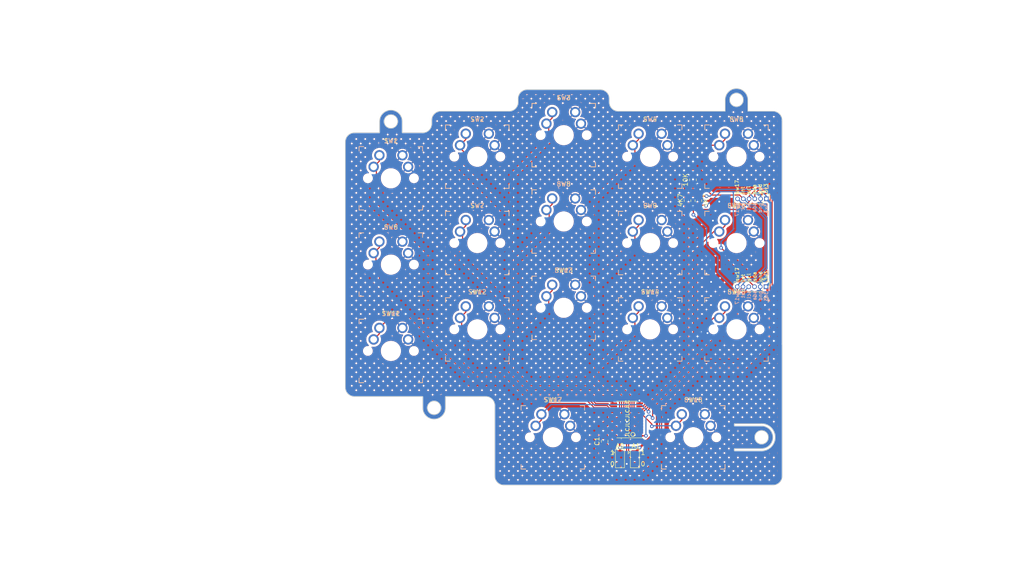
<source format=kicad_pcb>
(kicad_pcb (version 20221018) (generator pcbnew)
  (layers (0 "F.Cu" signal) (31 "B.Cu" signal) (34 "B.Paste" user) (35 "F.Paste" user) (36 "B.SilkS" user "B.Silkscreen") (37 "F.SilkS" user "F.Silkscreen") (38 "B.Mask" user) (39 "F.Mask" user) (44 "Edge.Cuts" user))
  (net 0 "")
  (net 1 "+3V3")
  (net 2 "GND")
  (net 3 "SDA")
  (net 4 "SCL")
  (net 5 "INT")
  (net 6 "SW17")
  (net 7 "ADDR0")
  (net 8 "ADDR1")
  (net 9 "SW1")
  (net 10 "SW2")
  (net 11 "SW3")
  (net 12 "SW4")
  (net 13 "SW5")
  (net 14 "SW6")
  (net 15 "SW7")
  (net 16 "SW8")
  (net 17 "SW9")
  (net 18 "SW10")
  (net 19 "SW11")
  (net 20 "SW12")
  (net 21 "SW13")
  (net 22 "SW14")
  (net 23 "SW15")
  (net 24 "SW16")
  (footprint "Resistor_SMD:R_0805_2012Metric_Pad1.20x1.40mm_HandSolder" (layer "F.Cu") (at 181.69 72.315 90)
    (fp_text reference "R2" hide)
    (fp_text value "4K7")
  )
  (footprint "keyswitches:SW_MX_reversible" (layer "F.Cu") (at 152.0088 124.5275)
    (fp_text reference "SW17")
    (fp_text value "SW_SPST")
  )
  (footprint "keyswitches:SW_MX_reversible" (layer "F.Cu") (at 192.49 100.715)
    (fp_text reference "SW15")
    (fp_text value "SW_SPST")
  )
  (footprint "keyswitches:SW_MX_reversible" (layer "F.Cu") (at 116.29 67.3775)
    (fp_text reference "SW1")
    (fp_text value "SW_SPST")
  )
  (footprint "Jumper:SolderJumper-3_P1.3mm_Open_Pad1.0x1.5mm" (layer "F.Cu") (at 166.79 129.2 -90)
    (fp_text reference "JP1" hide)
    (fp_text value "Jumper_3_Open" hide)
  )
  (footprint "keyswitches:SW_MX_reversible" (layer "F.Cu") (at 135.34 81.665)
    (fp_text reference "SW7")
    (fp_text value "SW_SPST")
  )
  (footprint "Package_SO:TSSOP-24_4.4x7.8mm_P0.65mm" (layer "F.Cu") (at 168.29 120.615 180)
    (fp_text reference "U1" hide)
    (fp_text value "TCA9555PWR")
  )
  (footprint "Resistor_SMD:R_0805_2012Metric_Pad1.20x1.40mm_HandSolder" (layer "F.Cu") (at 182.89 67.715 -90)
    (fp_text reference "R3" hide)
    (fp_text value "10K")
  )
  (footprint "keyswitches:SW_MX_reversible" (layer "F.Cu") (at 173.44 62.615)
    (fp_text reference "SW4")
    (fp_text value "SW_SPST")
  )
  (footprint "keyswitches:SW_MX_reversible" (layer "F.Cu") (at 135.34 100.715)
    (fp_text reference "SW12")
    (fp_text value "SW_SPST")
  )
  (footprint "Connector_PinHeader_1.27mm:PinHeader_1x06_P1.27mm_Vertical" (layer "F.Cu") (at 199 91.3 -90)
    (fp_text reference "J1" hide)
    (fp_text value "Conn_01x06_Pin")
  )
  (footprint "keyswitches:SW_MX_reversible" (layer "F.Cu") (at 154.39 76.9025)
    (fp_text reference "SW8")
    (fp_text value "SW_SPST")
  )
  (footprint "Jumper:SolderJumper-3_P1.3mm_Open_Pad1.0x1.5mm" (layer "F.Cu") (at 170.09 129.2 -90)
    (fp_text reference "JP2" hide)
    (fp_text value "Jumper_3_Open" hide)
  )
  (footprint "Capacitor_SMD:C_0805_2012Metric_Pad1.18x1.45mm_HandSolder" (layer "F.Cu") (at 163.42 125.4 90)
    (fp_text reference "C1")
    (fp_text value "0.1u")
  )
  (footprint "Connector_PinHeader_1.27mm:PinHeader_1x06_P1.27mm_Vertical" (layer "F.Cu") (at 199.07 71.9 -90)
    (fp_text reference "J2" hide)
    (fp_text value "Conn_01x06_Pin")
  )
  (footprint "Resistor_SMD:R_0805_2012Metric_Pad1.20x1.40mm_HandSolder" (layer "F.Cu") (at 184.09 72.315 90)
    (fp_text reference "R1" hide)
    (fp_text value "4K7")
  )
  (footprint "keyswitches:SW_MX_reversible" (layer "F.Cu") (at 154.39 57.8525)
    (fp_text reference "SW3")
    (fp_text value "SW_SPST")
  )
  (footprint "keyswitches:SW_MX_reversible" (layer "F.Cu") (at 116.29 105.4775)
    (fp_text reference "SW11")
    (fp_text value "SW_SPST")
  )
  (footprint "keyswitches:SW_MX_reversible" (layer "F.Cu") (at 116.29 86.4275)
    (fp_text reference "SW6")
    (fp_text value "SW_SPST")
  )
  (footprint "keyswitches:SW_MX_reversible" (layer "F.Cu") (at 173.44 81.665)
    (fp_text reference "SW9")
    (fp_text value "SW_SPST")
  )
  (footprint "keyswitches:SW_MX_reversible" (layer "F.Cu") (at 173.44 100.715)
    (fp_text reference "SW14")
    (fp_text value "SW_SPST")
  )
  (footprint "keyswitches:SW_MX_reversible" (layer "F.Cu") (at 182.965 124.5275)
    (fp_text reference "SW16")
    (fp_text value "SW_SPST")
  )
  (footprint "keyswitches:SW_MX_reversible" (layer "F.Cu") (at 135.34 62.615)
    (fp_text reference "SW2")
    (fp_text value "SW_SPST")
  )
  (footprint "keyswitches:SW_MX_reversible" (layer "F.Cu") (at 154.39 95.9525)
    (fp_text reference "SW13")
    (fp_text value "SW_SPST")
  )
  (footprint "keyswitches:SW_MX_reversible" (layer "F.Cu") (at 192.49 62.615)
    (fp_text reference "SW5")
    (fp_text value "SW_SPST")
  )
  (footprint "keyswitches:SW_MX_reversible" (layer "F.Cu") (at 192.49 81.665)
    (fp_text reference "SW10")
    (fp_text value "SW_SPST")
  )
  (gr_circle (center 169.642787 123.9) (end 170.042787 124.1) (stroke (width 0.15)) (fill none) (layer "F.SilkS"))
  (gr_arc (start 202.565 133.0775) (mid 201.979214 134.491714) (end 200.565 135.0775) (stroke (width 0.15)) (layer "Edge.Cuts"))
  (gr_line (start 113.79 54.8275) (end 113.79 57.3275) (stroke (width 0.15)) (layer "Edge.Cuts"))
  (gr_arc (start 198.015 121.5275) (mid 201.015 124.5275) (end 198.015 127.5275) (stroke (width 0.15)) (layer "Edge.Cuts"))
  (gr_arc (start 137.19625 115.5275) (mid 138.610464 116.113286) (end 139.19625 117.5275) (stroke (width 0.15)) (layer "Edge.Cuts"))
  (gr_arc (start 198.015 122.0275) (mid 200.515 124.5275) (end 198.015 127.0275) (stroke (width 0.15)) (layer "Edge.Cuts"))
  (gr_line (start 164.44 49.8025) (end 164.44 50.565) (stroke (width 0.15)) (layer "Edge.Cuts"))
  (gr_line (start 198.015 122.0275) (end 192.015 122.0275) (stroke (width 0.15)) (layer "Edge.Cuts"))
  (gr_line (start 108.24 115.5275) (end 123.315 115.5275) (stroke (width 0.15)) (layer "Edge.Cuts"))
  (gr_arc (start 113.79 54.8275) (mid 116.29 52.3275) (end 118.79 54.8275) (stroke (width 0.15)) (layer "Edge.Cuts"))
  (gr_line (start 194.99 52.565) (end 200.54 52.565) (stroke (width 0.15)) (layer "Edge.Cuts"))
  (gr_arc (start 162.44 47.8025) (mid 163.854214 48.388286) (end 164.44 49.8025) (stroke (width 0.15)) (layer "Edge.Cuts"))
  (gr_line (start 192.015 127.0275) (end 198.015 127.0275) (stroke (width 0.15)) (layer "Edge.Cuts"))
  (gr_line (start 118.79 57.3275) (end 123.29 57.3275) (stroke (width 0.15)) (layer "Edge.Cuts"))
  (gr_line (start 128.315 118.0275) (end 128.315 115.5275) (stroke (width 0.15)) (layer "Edge.Cuts"))
  (gr_line (start 202.54 103.9775) (end 202.54 54.565) (stroke (width 0.15)) (layer "Edge.Cuts"))
  (gr_line (start 189.99 50.065) (end 189.99 52.565) (stroke (width 0.15)) (layer "Edge.Cuts"))
  (gr_line (start 202.54 103.9775) (end 202.565 103.9775) (stroke (width 0.15)) (layer "Edge.Cuts"))
  (gr_arc (start 189.99 50.065) (mid 192.49 47.565) (end 194.99 50.065) (stroke (width 0.15)) (layer "Edge.Cuts"))
  (gr_line (start 128.315 115.5275) (end 137.19625 115.5275) (stroke (width 0.15)) (layer "Edge.Cuts"))
  (gr_line (start 192.015 121.5275) (end 192.015 122.0275) (stroke (width 0.15)) (layer "Edge.Cuts"))
  (gr_circle (center 116.29 54.8275) (end 117.79 54.8275) (stroke (width 0.15)) (fill none) (layer "Edge.Cuts"))
  (gr_line (start 198.015 121.5275) (end 192.015 121.5275) (stroke (width 0.15)) (layer "Edge.Cuts"))
  (gr_line (start 202.565 133.0775) (end 202.565 103.9775) (stroke (width 0.15)) (layer "Edge.Cuts"))
  (gr_line (start 127.29 52.565) (end 142.34 52.565) (stroke (width 0.15)) (layer "Edge.Cuts"))
  (gr_arc (start 128.315 118.0275) (mid 125.815 120.5275) (end 123.315 118.0275) (stroke (width 0.15)) (layer "Edge.Cuts"))
  (gr_circle (center 125.815 118.0275) (end 127.315 118.0275) (stroke (width 0.15)) (fill none) (layer "Edge.Cuts"))
  (gr_line (start 192.015 127.5275) (end 198.015 127.5275) (stroke (width 0.15)) (layer "Edge.Cuts"))
  (gr_line (start 166.44 52.565) (end 189.99 52.565) (stroke (width 0.15)) (layer "Edge.Cuts"))
  (gr_arc (start 125.29 54.565) (mid 125.875786 53.150786) (end 127.29 52.565) (stroke (width 0.15)) (layer "Edge.Cuts"))
  (gr_line (start 125.29 55.3275) (end 125.29 54.565) (stroke (width 0.15)) (layer "Edge.Cuts"))
  (gr_arc (start 141.19625 135.0775) (mid 139.782036 134.491714) (end 139.19625 133.0775) (stroke (width 0.15)) (layer "Edge.Cuts"))
  (gr_line (start 194.99 52.565) (end 194.99 50.065) (stroke (width 0.15)) (layer "Edge.Cuts"))
  (gr_line (start 108.24 57.3275) (end 113.79 57.3275) (stroke (width 0.15)) (layer "Edge.Cuts"))
  (gr_arc (start 166.44 52.565) (mid 165.025786 51.979214) (end 164.44 50.565) (stroke (width 0.15)) (layer "Edge.Cuts"))
  (gr_circle (center 192.49 50.065) (end 193.99 50.065) (stroke (width 0.15)) (fill none) (layer "Edge.Cuts"))
  (gr_line (start 146.34 47.8025) (end 162.44 47.8025) (stroke (width 0.15)) (layer "Edge.Cuts"))
  (gr_line (start 139.19625 133.0775) (end 139.19625 117.5275) (stroke (width 0.15)) (layer "Edge.Cuts"))
  (gr_line (start 141.19625 135.0775) (end 200.565 135.0775) (stroke (width 0.15)) (layer "Edge.Cuts"))
  (gr_arc (start 106.24 59.3275) (mid 106.825786 57.913286) (end 108.24 57.3275) (stroke (width 0.15)) (layer "Edge.Cuts"))
  (gr_line (start 192.015 127.0275) (end 192.015 127.5275) (stroke (width 0.15)) (layer "Edge.Cuts"))
  (gr_line (start 123.315 115.5275) (end 123.315 118.0275) (stroke (width 0.15)) (layer "Edge.Cuts"))
  (gr_line (start 118.79 57.3275) (end 118.79 54.8275) (stroke (width 0.15)) (layer "Edge.Cuts"))
  (gr_line (start 144.34 50.565) (end 144.34 49.8025) (stroke (width 0.15)) (layer "Edge.Cuts"))
  (gr_arc (start 125.29 55.3275) (mid 124.704214 56.741714) (end 123.29 57.3275) (stroke (width 0.15)) (layer "Edge.Cuts"))
  (gr_arc (start 200.54 52.565) (mid 201.954214 53.150786) (end 202.54 54.565) (stroke (width 0.15)) (layer "Edge.Cuts"))
  (gr_arc (start 144.34 49.8025) (mid 144.925786 48.388286) (end 146.34 47.8025) (stroke (width 0.15)) (layer "Edge.Cuts"))
  (gr_circle (center 198.015 124.5275) (end 199.515 124.5275) (stroke (width 0.15)) (fill none) (layer "Edge.Cuts"))
  (gr_arc (start 144.34 50.565) (mid 143.754214 51.979214) (end 142.34 52.565) (stroke (width 0.15)) (layer "Edge.Cuts"))
  (gr_arc (start 108.24 115.5275) (mid 106.825786 114.941714) (end 106.24 113.5275) (stroke (width 0.15)) (layer "Edge.Cuts"))
  (gr_line (start 106.24 113.5275) (end 106.24 59.3275) (stroke (width 0.15)) (layer "Edge.Cuts"))
  (gr_text "sda" (at 196.9 72.7 90) (layer "B.SilkS") (effects (font (size 0.8 0.8)) (justify left bottom mirror)))
  (gr_text "3v3" (at 199.5 92.2 90) (layer "B.SilkS") (effects (font (size 0.8 0.8)) (justify left bottom mirror)))
  (gr_text "sw17" (at 193.1 92.1 90) (layer "B.SilkS") (effects (font (size 0.8 0.8)) (justify left bottom mirror)))
  (gr_text "gnd" (at 198.18 72.7 90) (layer "B.SilkS") (effects (font (size 0.8 0.8)) (justify left bottom mirror)))
  (gr_text "sw17" (at 193.06 72.7 90) (layer "B.SilkS") (effects (font (size 0.8 0.8)) (justify left bottom mirror)))
  (gr_text "3v3" (at 199.46 72.8 90) (layer "B.SilkS") (effects (font (size 0.8 0.8)) (justify left bottom mirror)))
  (gr_text "int" (at 194.38 92.1 90) (layer "B.SilkS") (effects (font (size 0.8 0.8)) (justify left bottom mirror)))
  (gr_text "int" (at 194.34 72.7 90) (layer "B.SilkS") (effects (font (size 0.8 0.8)) (justify left bottom mirror)))
  (gr_text "sda" (at 196.94 92.1 90) (layer "B.SilkS") (effects (font (size 0.8 0.8)) (justify left bottom mirror)))
  (gr_text "scl" (at 195.62 72.7 90) (layer "B.SilkS") (effects (font (size 0.8 0.8)) (justify left bottom mirror)))
  (gr_text "scl" (at 195.66 92.1 90) (layer "B.SilkS") (effects (font (size 0.8 0.8)) (justify left bottom mirror)))
  (gr_text "gnd" (at 198.22 92.1 90) (layer "B.SilkS") (effects (font (size 0.8 0.8)) (justify left bottom mirror)))
  (gr_text "sda" (at 196.96 90.19 90) (layer "F.SilkS") (effects (font (size 0.8 0.8)) (justify left bottom)))
  (gr_text "gnd" (at 198.24 90.19 90) (layer "F.SilkS") (effects (font (size 0.8 0.8)) (justify left bottom)))
  (gr_text "int" (at 194.4 90.19 90) (layer "F.SilkS") (effects (font (size 0.8 0.8)) (justify left bottom)))
  (gr_text "1" (at 164.553509 128.505022) (layer "F.SilkS") (effects (font (size 1 1)) (justify left bottom)))
  (gr_text "JLCJLCJLCJLC" (at 168.92 124.6 90) (layer "F.SilkS") (effects (font (size 0.8 0.8)) (justify left bottom)))
  (gr_text "1" (at 171.29 128.5) (layer "F.SilkS") (effects (font (size 1 1)) (justify left bottom)))
  (gr_text "scl" (at 195.68 90.19 90) (layer "F.SilkS") (effects (font (size 0.8 0.8)) (justify left bottom)))
  (gr_text "sw17" (at 193.12 90.19 90) (layer "F.SilkS") (effects (font (size 0.8 0.8)) (justify left bottom)))
  (gr_text "int" (at 194.33 70.89 90) (layer "F.SilkS") (effects (font (size 0.8 0.8)) (justify left bottom)))
  (gr_text "sw17" (at 193.05 70.89 90) (layer "F.SilkS") (effects (font (size 0.8 0.8)) (justify left bottom)))
  (gr_text "3v3" (at 199.45 70.79 90) (layer "F.SilkS") (effects (font (size 0.8 0.8)) (justify left bottom)))
  (gr_text "3v3" (at 199.52 90.09 90) (layer "F.SilkS") (effects (font (size 0.8 0.8)) (justify left bottom)))
  (gr_text "A0" (at 165.79 127) (layer "F.SilkS") (effects (font (size 1 1)) (justify left bottom)))
  (gr_text "0" (at 171.29 131) (layer "F.SilkS") (effects (font (size 1 1)) (justify left bottom)))
  (gr_text "0" (at 164.553509 131.005022) (layer "F.SilkS") (effects (font (size 1 1)) (justify left bottom)))
  (gr_text "gnd" (at 198.17 70.89 90) (layer "F.SilkS") (effects (font (size 0.8 0.8)) (justify left bottom)))
  (gr_text "scl" (at 195.61 70.89 90) (layer "F.SilkS") (effects (font (size 0.8 0.8)) (justify left bottom)))
  (gr_text "sda" (at 196.89 70.89 90) (layer "F.SilkS") (effects (font (size 0.8 0.8)) (justify left bottom)))
  (gr_text "A1" (at 169.29 127) (layer "F.SilkS") (effects (font (size 1 1)) (justify left bottom)))
  (segment (start 184.017 108.9) (end 178.42 114.497) (width 0.5) (layer "F.Cu") (net 1))
  (segment (start 193.777005 108.9) (end 184.017 108.9) (width 0.5) (layer "F.Cu") (net 1))
  (segment (start 166.82 127.87) (end 166.82 126.8) (width 0.5) (layer "F.Cu") (net 1))
  (segment (start 165.471 124.392) (end 165.4275 124.3485) (width 0.25) (layer "F.Cu") (net 1))
  (segment (start 171.12 126.8) (end 170.09 127.83) (width 0.25) (layer "F.Cu") (net 1))
  (segment (start 185.89 71.315) (end 184.09 71.315) (width 0.25) (layer "F.Cu") (net 1))
  (segment (start 174.949 123.041) (end 170.09 127.9) (width 0.5) (layer "F.Cu") (net 1))
  (segment (start 178.42 114.497) (end 178.42 114.5) (width 0.5) (layer "F.Cu") (net 1))
  (segment (start 163.4205 124.362) (end 165.255 124.362) (width 0.25) (layer "F.Cu") (net 1))
  (segment (start 166.82 125.741) (end 165.471 124.392) (width 0.5) (layer "F.Cu") (net 1))
  (segment (start 182.89 71.315) (end 182.89 68.715) (width 0.25) (layer "F.Cu") (net 1))
  (segment (start 166.82 126.8) (end 166.82 125.741) (width 0.5) (layer "F.Cu") (net 1))
  (segment (start 199 91.3) (end 199.32 91.62) (width 0.5) (layer "F.Cu") (net 1))
  (segment (start 182.89 71.315) (end 184.09 71.315) (width 0.25) (layer "F.Cu") (net 1))
  (segment (start 165.255 124.362) (end 165.414 124.362) (width 0.25) (layer "F.Cu") (net 1))
  (segment (start 174.949 117.971) (end 174.949 123.041) (width 0.5) (layer "F.Cu") (net 1))
  (segment (start 165.414 124.362) (end 165.4275 124.3485) (width 0.25) (layer "F.Cu") (net 1))
  (segment (start 165.4275 124.3485) (end 165.4275 124.19) (width 0.25) (layer "F.Cu") (net 1))
  (segment (start 178.42 114.5) (end 174.949 117.971) (width 0.5) (layer "F.Cu") (net 1))
  (segment (start 199.32 91.62) (end 199.32 103.357005) (width 0.5) (layer "F.Cu") (net 1))
  (segment (start 199.32 103.357005) (end 193.777005 108.9) (width 0.5) (layer "F.Cu") (net 1))
  (segment (start 181.69 71.315) (end 182.89 71.315) (width 0.25) (layer "F.Cu") (net 1))
  (via (at 171.12 126.8) (size 0.8) (drill 0.4) (layers "F.Cu" "B.Cu") (net 1))
  (via (at 185.89 71.315) (size 0.8) (drill 0.4) (layers "F.Cu" "B.Cu") (net 1))
  (via (at 166.82 126.8) (size 0.8) (drill 0.4) (layers "F.Cu" "B.Cu") (net 1))
  (segment (start 199.07 71.9) (end 200 72.83) (width 0.5) (layer "B.Cu") (net 1))
  (segment (start 200 72.83) (end 200 90.3) (width 0.5) (layer "B.Cu") (net 1))
  (segment (start 186.69 71.315) (end 188.19 69.815) (width 0.25) (layer "B.Cu") (net 1))
  (segment (start 199.07 71.295) (end 199.07 71.9) (width 0.25) (layer "B.Cu") (net 1))
  (segment (start 197.59 69.815) (end 199.07 71.295) (width 0.25) (layer "B.Cu") (net 1))
  (segment (start 171.12 126.8) (end 166.82 126.8) (width 0.5) (layer "B.Cu") (net 1))
  (segment (start 188.19 69.815) (end 197.59 69.815) (width 0.25) (layer "B.Cu") (net 1))
  (segment (start 200 90.3) (end 199 91.3) (width 0.5) (layer "B.Cu") (net 1))
  (segment (start 185.89 71.315) (end 186.69 71.315) (width 0.25) (layer "B.Cu") (net 1))
  (segment (start 171.152 122.89) (end 170.464 122.89) (width 0.25) (layer "F.Cu") (net 2))
  (segment (start 166.79 130.5) (end 168.19 130.5) (width 0.25) (layer "F.Cu") (net 2))
  (segment (start 168.19 130.5) (end 168.29 130.4) (width 0.25) (layer "F.Cu") (net 2))
  (segment (start 168.29 130.4) (end 169.99 130.4) (width 0.25) (layer "F.Cu") (net 2))
  (segment (start 170.09 122.502) (end 168.698 121.111) (width 0.25) (layer "F.Cu") (net 2))
  (segment (start 168.698 121.111) (end 168.31 121.111) (width 0.25) (layer "F.Cu") (net 2))
  (segment (start 171.152 117.04) (end 171.152 116.462) (width 0.25) (layer "F.Cu") (net 2))
  (segment (start 171.152 116.462) (end 171.09 116.4) (width 0.25) (layer "F.Cu") (net 2))
  (segment (start 170.464 122.89) (end 170.09 122.516) (width 0.25) (layer "F.Cu") (net 2))
  (segment (start 170.09 122.516) (end 170.09 122.502) (width 0.25) (layer "F.Cu") (net 2))
  (segment (start 163.42 126.438) (end 163.42 127.6) (width 0.25) (layer "F.Cu") (net 2))
  (via (at 187.29 76.715) (size 0.8) (drill 0.4) (layers "F.Cu" "B.Cu") (net 2))
  (via (at 181.39 67.915) (size 0.8) (drill 0.4) (layers "F.Cu" "B.Cu") (net 2))
  (via (at 177.42 120.6) (size 0.8) (drill 0.4) (layers "F.Cu" "B.Cu") (net 2))
  (via (at 171.09 116.4) (size 0.8) (drill 0.4) (layers "F.Cu" "B.Cu") (net 2))
  (via (at 184.49 69.815) (size 0.8) (drill 0.4) (layers "F.Cu" "B.Cu") (net 2))
  (via (at 163.42 127.6) (size 0.8) (drill 0.4) (layers "F.Cu" "B.Cu") (net 2))
  (via (at 168.31 121.111) (size 0.8) (drill 0.4) (layers "F.Cu" "B.Cu") (net 2))
  (via (at 168.29 130.4) (size 0.8) (drill 0.4) (layers "F.Cu" "B.Cu") (net 2))
  (via (at 186.09 101.536573) (size 0.8) (drill 0.4) (layers "F.Cu" "B.Cu") (net 2))
  (via (at 188.69 72.515) (size 0.8) (drill 0.4) (layers "F.Cu" "B.Cu") (net 2))
  (via (at 186.89 90.236573) (size 0.8) (drill 0.4) (layers "F.Cu" "B.Cu") (net 2))
  (segment (start 189.09 82.715) (end 190.413 84.0377) (width 0.25) (layer "F.Cu") (net 3))
  (segment (start 184.255 109.475) (end 178.995 114.735) (width 0.25) (layer "F.Cu") (net 3))
  (segment (start 178.995 114.735) (end 178.995 114.738) (width 0.25) (layer "F.Cu") (net 3))
  (segment (start 162.707 123.45) (end 165.4275 123.45) (width 0.25) (layer "F.Cu") (net 3))
  (segment (start 185.69 73.315) (end 185.79 73.415) (width 0.25) (layer "F.Cu") (net 3))
  (segment (start 175.524 123.279) (end 174.32 124.483) (width 0.25) (layer "F.Cu") (net 3))
  (segment (start 174.32 124.483) (end 174.32 129.164) (width 0.25) (layer "F.Cu") (net 3))
  (segment (start 174.32 129.164) (end 171.234 132.25) (width 0.25) (layer "F.Cu") (net 3))
  (segment (start 196.53 71.9) (end 196.53 70.775) (width 0.25) (layer "F.Cu") (net 3))
  (segment (start 175.524 118.209) (end 175.524 123.279) (width 0.25) (layer "F.Cu") (net 3))
  (segment (start 184.09 73.315) (end 185.69 73.315) (width 0.25) (layer "F.Cu") (net 3))
  (segment (start 162.37 129.014) (end 162.37 123.787) (width 0.25) (layer "F.Cu") (net 3))
  (segment (start 196.53 70.775) (end 197.34 69.965) (width 0.25) (layer "F.Cu") (net 3))
  (segment (start 165.4275 123.45) (end 165.4275 123.54) (width 0.25) (layer "F.Cu") (net 3))
  (segment (start 171.234 132.25) (end 165.606 132.25) (width 0.25) (layer "F.Cu") (net 3))
  (segment (start 199.895 69.965) (end 199.895 103.595177) (width 0.25) (layer "F.Cu") (net 3))
  (segment (start 190.413 84.0377) (end 190.413 85.2527) (width 0.25) (layer "F.Cu") (net 3))
  (segment (start 194.015177 109.475) (end 184.255 109.475) (width 0.25) (layer "F.Cu") (net 3))
  (segment (start 165.606 132.25) (end 162.37 129.014) (width 0.25) (layer "F.Cu") (net 3))
  (segment (start 199.895 103.595177) (end 194.015177 109.475) (width 0.25) (layer "F.Cu") (net 3))
  (segment (start 190.413 85.2527) (end 196.46 91.3) (width 0.25) (layer "F.Cu") (net 3))
  (segment (start 197.34 69.965) (end 199.895 69.965) (width 0.25) (layer "F.Cu") (net 3))
  (segment (start 162.37 123.787) (end 162.707 123.45) (width 0.25) (layer "F.Cu") (net 3))
  (segment (start 178.995 114.738) (end 175.524 118.209) (width 0.25) (layer "F.Cu") (net 3))
  (via (at 185.79 73.415) (size 0.8) (drill 0.4) (layers "F.Cu" "B.Cu") (net 3))
  (via (at 189.09 82.715) (size 0.8) (drill 0.4) (layers "F.Cu" "B.Cu") (net 3))
  (segment (start 189.09 81.336573) (end 191.79 78.636573) (width 0.25) (layer "B.Cu") (net 3))
  (segment (start 194.945 70.315) (end 196.53 71.9) (width 0.25) (layer "B.Cu") (net 3))
  (segment (start 191.79 70.515) (end 191.59 70.315) (width 0.25) (layer "B.Cu") (net 3))
  (segment (start 185.79 73.415) (end 185.5895 73.6155) (width 0.25) (layer "B.Cu") (net 3))
  (segment (start 185.5895 73.6155) (end 185.5895 73.6895) (width 0.25) (layer "B.Cu") (net 3))
  (segment (start 185.5895 73.6895) (end 188.964 70.315) (width 0.25) (layer "B.Cu") (net 3))
  (segment (start 191.59 70.315) (end 194.945 70.315) (width 0.25) (layer "B.Cu") (net 3))
  (segment (start 191.79 78.636573) (end 191.79 70.515) (width 0.25) (layer "B.Cu") (net 3))
  (segment (start 189.09 82.715) (end 189.09 81.336573) (width 0.25) (layer "B.Cu") (net 3))
  (segment (start 188.964 70.315) (end 191.59 70.315) (width 0.25) (layer "B.Cu") (net 3))
  (segment (start 200.356 103.770573) (end 200.356 69.515) (width 0.25) (layer "F.Cu") (net 4))
  (segment (start 182.615 74.24) (end 181.69 73.315) (width 0.25) (layer "F.Cu") (net 4))
  (segment (start 161.92 129.2) (end 165.42 132.7) (width 0.25) (layer "F.Cu") (net 4))
  (segment (start 195.26 71.9) (end 195.26 72.5336) (width 0.25) (layer "F.Cu") (net 4))
  (segment (start 165.42 132.7) (end 171.42 132.7) (width 0.25) (layer "F.Cu") (net 4))
  (segment (start 175.974 118.395) (end 184.445 109.925) (width 0.25) (layer "F.Cu") (net 4))
  (segment (start 165.4275 122.89) (end 164.739 122.89) (width 0.25) (layer "F.Cu") (net 4))
  (segment (start 182.99 74.615) (end 182.99 75.415) (width 0.25) (layer "F.Cu") (net 4))
  (segment (start 197.09 69.515) (end 195.26 71.345) (width 0.25) (layer "F.Cu") (net 4))
  (segment (start 184.445 109.925) (end 194.201573 109.925) (width 0.25) (layer "F.Cu") (net 4))
  (segment (start 193.554 74.24) (end 182.615 74.24) (width 0.25) (layer "F.Cu") (net 4))
  (segment (start 171.42 132.7) (end 174.77 129.35) (width 0.25) (layer "F.Cu") (net 4))
  (segment (start 195.26 71.345) (end 195.26 71.9) (width 0.25) (layer "F.Cu") (net 4))
  (segment (start 195.26 72.5336) (end 193.554 74.24) (width 0.25) (layer "F.Cu") (net 4))
  (segment (start 161.92 123.6) (end 161.92 129.2) (width 0.25) (layer "F.Cu") (net 4))
  (segment (start 174.77 129.35) (end 174.77 124.67) (width 0.25) (layer "F.Cu") (net 4))
  (segment (start 175.974 123.465) (end 175.974 118.395) (width 0.25) (layer "F.Cu") (net 4))
  (segment (start 200.356 69.515) (end 197.09 69.515) (width 0.25) (layer "F.Cu") (net 4))
  (segment (start 164.614 122.765) (end 162.755 122.765) (width 0.25) (layer "F.Cu") (net 4))
  (segment (start 162.755 122.765) (end 161.92 123.6) (width 0.25) (layer "F.Cu") (net 4))
  (segment (start 194.201573 109.925) (end 200.356 103.770573) (width 0.25) (layer "F.Cu") (net 4))
  (segment (start 174.77 124.67) (end 175.974 123.465) (width 0.25) (layer "F.Cu") (net 4))
  (segment (start 182.615 74.24) (end 182.99 74.615) (width 0.25) (layer "F.Cu") (net 4))
  (segment (start 164.739 122.89) (end 164.614 122.765) (width 0.25) (layer "F.Cu") (net 4))
  (via (at 182.99 75.415) (size 0.8) (drill 0.4) (layers "F.Cu" "B.Cu") (net 4))
  (segment (start 188.365 88.1817) (end 192.308 92.125) (width 0.25) (layer "B.Cu") (net 4))
  (segment (start 188.365 84.711573) (end 188.365 88.1817) (width 0.25) (layer "B.Cu") (net 4))
  (segment (start 192.992 92.125) (end 193.285 91.8317) (width 0.25) (layer "B.Cu") (net 4))
  (segment (start 185.89 82.236573) (end 188.365 84.711573) (width 0.25) (layer "B.Cu") (net 4))
  (segment (start 185.89 78.315) (end 185.89 82.236573) (width 0.25) (layer "B.Cu") (net 4))
  (segment (start 182.99 75.415) (end 185.89 78.315) (width 0.25) (layer "B.Cu") (net 4))
  (segment (start 193.285 91.8317) (end 193.578 92.125) (width 0.25) (layer "B.Cu") (net 4))
  (segment (start 194.365 92.125) (end 195.19 91.3) (width 0.25) (layer "B.Cu") (net 4))
  (segment (start 193.578 92.125) (end 194.365 92.125) (width 0.25) (layer "B.Cu") (net 4))
  (segment (start 192.308 92.125) (end 192.992 92.125) (width 0.25) (layer "B.Cu") (net 4))
  (segment (start 172.52 124.2) (end 171.162 124.2) (width 0.25) (layer "F.Cu") (net 5))
  (segment (start 173.99 120.286573) (end 173.99 118.114) (width 0.25) (layer "F.Cu") (net 5))
  (segment (start 183.59 107.236573) (end 190.1211 100.705473) (width 0.25) (layer "F.Cu") (net 5))
  (segment (start 173.99 118.114) (end 183.59 108.514) (width 0.25) (layer "F.Cu") (net 5))
  (segment (start 193.1 92.12) (end 193.92 91.3) (width 0.25) (layer "F.Cu") (net 5))
  (segment (start 191.508769 98.3461) (end 192.480473 98.3461) (width 0.25) (layer "F.Cu") (net 5))
  (segment (start 190.1211 100.705473) (end 190.1211 99.733769) (width 0.25) (layer "F.Cu") (net 5))
  (segment (start 187.05 71.075) (end 193.165 71.075) (width 0.25) (layer "F.Cu") (net 5))
  (segment (start 192.480473 98.3461) (end 193.1 97.726573) (width 0.25) (layer "F.Cu") (net 5))
  (segment (start 182.89 66.915) (end 187.05 71.075) (width 0.25) (layer "F.Cu") (net 5))
  (segment (start 193.1 97.726573) (end 193.1 92.12) (width 0.25) (layer "F.Cu") (net 5))
  (segment (start 190.1211 99.733769) (end 191.508769 98.3461) (width 0.25) (layer "F.Cu") (net 5))
  (segment (start 193.165 71.075) (end 193.99 71.9) (width 0.25) (layer "F.Cu") (net 5))
  (segment (start 183.59 108.514) (end 183.59 107.236573) (width 0.25) (layer "F.Cu") (net 5))
  (via (at 173.99 120.286573) (size 0.8) (drill 0.4) (layers "F.Cu" "B.Cu") (net 5))
  (via (at 172.52 124.2) (size 0.8) (drill 0.4) (layers "F.Cu" "B.Cu") (net 5))
  (segment (start 173.4 119.625) (end 172.995 119.625) (width 0.25) (layer "B.Cu") (net 5))
  (segment (start 195.479846 73.286573) (end 196.49 73.286573) (width 0.25) (layer "B.Cu") (net 5))
  (segment (start 196.462 90.025) (end 194.575 90.025) (width 0.25) (layer "B.Cu") (net 5))
  (segment (start 172.995 119.625) (end 172.52 120.1) (width 0.25) (layer "B.Cu") (net 5))
  (segment (start 199.24 76.036573) (end 199.24 87.247) (width 0.25) (layer "B.Cu") (net 5))
  (segment (start 193.92 90.68) (end 193.92 91.3) (width 0.25) (layer "B.Cu") (net 5))
  (segment (start 173.99 120.215) (end 173.4 119.625) (width 0.25) (layer "B.Cu") (net 5))
  (segment (start 194.435 72.241727) (end 195.479846 73.286573) (width 0.25) (layer "B.Cu") (net 5))
  (segment (start 199.24 87.247) (end 196.462 90.025) (width 0.25) (layer "B.Cu") (net 5))
  (segment (start 194.575 90.025) (end 193.92 90.68) (width 0.25) (layer "B.Cu") (net 5))
  (segment (start 194.435 71.9) (end 194.435 72.241727) (width 0.25) (layer "B.Cu") (net 5))
  (segment (start 196.49 73.286573) (end 199.24 76.036573) (width 0.25) (layer "B.Cu") (net 5))
  (segment (start 173.99 120.286573) (end 173.99 120.215) (width 0.25) (layer "B.Cu") (net 5))
  (segment (start 194 71.9) (end 194.435 71.9) (width 0.25) (layer "B.Cu") (net 5))
  (segment (start 172.52 120.1) (end 172.52 124.2) (width 0.25) (layer "B.Cu") (net 5))
  (segment (start 183.14 108.327) (end 173.1 118.367) (width 0.25) (layer "F.Cu") (net 6))
  (segment (start 191.322373 97.8961) (end 189.6711 99.547373) (width 0.25) (layer "F.Cu") (net 6))
  (segment (start 148.834 121.353) (end 149.469 120.718) (width 0.25) (layer "F.Cu") (net 6))
  (segment (start 192.294077 97.8961) (end 191.322373 97.8961) (width 0.25) (layer "F.Cu") (net 6))
  (segment (start 189.6711 100.519077) (end 183.14 107.050177) (width 0.25) (layer "F.Cu") (net 6))
  (segment (start 192.65 91.3) (end 192.65 97.540177) (width 0.25) (layer "F.Cu") (net 6))
  (segment (start 173.1 118.367) (end 173.1 118.9) (width 0.25) (layer "F.Cu") (net 6))
  (segment (start 192.65 97.540177) (end 192.294077 97.8961) (width 0.25) (layer "F.Cu") (net 6))
  (segment (start 183.14 107.050177) (end 183.14 108.327) (width 0.25) (layer "F.Cu") (net 6))
  (segment (start 189.6711 99.547373) (end 189.6711 100.519077) (width 0.25) (layer "F.Cu") (net 6))
  (segment (start 149.469 120.718) (end 149.469 119.448) (width 0.25) (layer "F.Cu") (net 6))
  (via (at 173.1 118.9) (size 0.8) (drill 0.4) (layers "F.Cu" "B.Cu") (net 6))
  (segment (start 196.276 89.575) (end 194.125 89.575) (width 0.25) (layer "B.Cu") (net 6))
  (segment (start 171.515 117.315) (end 151.601 117.315) (width 0.25) (layer "B.Cu") (net 6))
  (segment (start 196.303604 73.736573) (end 198.79 76.222969) (width 0.25) (layer "B.Cu") (net 6))
  (segment (start 195.29345 73.736573) (end 196.303604 73.736573) (width 0.25) (layer "B.Cu") (net 6))
  (segment (start 198.79 87.061) (end 196.276 89.575) (width 0.25) (layer "B.Cu") (net 6))
  (segment (start 192.72 71.9) (end 193.62 72.8) (width 0.25) (layer "B.Cu") (net 6))
  (segment (start 193.62 72.8) (end 194.356877 72.8) (width 0.25) (layer "B.Cu") (net 6))
  (segment (start 151.601 117.315) (end 149.4692 119.4478) (width 0.25) (layer "B.Cu") (net 6))
  (segment (start 194.125 89.575) (end 192.65 91.05) (width 0.25) (layer "B.Cu") (net 6))
  (segment (start 198.79 76.222969) (end 198.79 87.061) (width 0.25) (layer "B.Cu") (net 6))
  (segment (start 173.1 118.9) (end 171.515 117.315) (width 0.25) (layer "B.Cu") (net 6))
  (segment (start 194.356877 72.8) (end 195.29345 73.736573) (width 0.25) (layer "B.Cu") (net 6))
  (segment (start 167.79 129.2) (end 168.25 128.74) (width 0.25) (layer "F.Cu") (net 7))
  (segment (start 168.25 125.03) (end 166.82 123.6) (width 0.25) (layer "F.Cu") (net 7))
  (segment (start 166.82 122.944) (end 166.116 122.24) (width 0.25) (layer "F.Cu") (net 7))
  (segment (start 166.79 129.2) (end 167.79 129.2) (width 0.25) (layer "F.Cu") (net 7))
  (segment (start 166.116 122.24) (end 165.428 122.24) (width 0.25) (layer "F.Cu") (net 7))
  (segment (start 168.25 128.74) (end 168.25 125.03) (width 0.25) (layer "F.Cu") (net 7))
  (segment (start 166.82 123.6) (end 166.82 122.944) (width 0.25) (layer "F.Cu") (net 7))
  (segment (start 168.7 125.02) (end 170.18 123.54) (width 0.25) (layer "F.Cu") (net 8))
  (segment (start 169.09 129.2) (end 168.7 128.81) (width 0.25) (layer "F.Cu") (net 8))
  (segment (start 170.18 123.54) (end 171.152 123.54) (width 0.25) (layer "F.Cu") (net 8))
  (segment (start 168.7 128.81) (end 168.7 125.02) (width 0.25) (layer "F.Cu") (net 8))
  (segment (start 170.09 129.2) (end 169.09 129.2) (width 0.25) (layer "F.Cu") (net 8))
  (segment (start 161.482 117.1) (end 164.149 117.1) (width 0.25) (layer "F.Cu") (net 9))
  (segment (start 164.149 117.1) (end 164.739 117.69) (width 0.25) (layer "F.Cu") (net 9))
  (segment (start 113.09 65.4475) (end 113.09 72.8866) (width 0.25) (layer "F.Cu") (net 9))
  (segment (start 112.48 64.8375) (end 113.09 65.4475) (width 0.25) (layer "F.Cu") (net 9))
  (segment (start 159.782 115.4) (end 161.482 117.1) (width 0.25) (layer "F.Cu") (net 9))
  (segment (start 113.75 63.5675) (end 113.75 62.2975) (width 0.25) (layer "F.Cu") (net 9))
  (segment (start 146.254 115.4) (end 159.782 115.4) (width 0.25) (layer "F.Cu") (net 9))
  (segment (start 141.604 110.75) (end 146.254 115.4) (width 0.25) (layer "F.Cu") (net 9))
  (segment (start 124.49 100.936) (end 134.304 110.75) (width 0.25) (layer "F.Cu") (net 9))
  (segment (start 124.49 84.2866) (end 124.49 100.936) (width 0.25) (layer "F.Cu") (net 9))
  (segment (start 134.304 110.75) (end 141.604 110.75) (width 0.25) (layer "F.Cu") (net 9))
  (segment (start 112.48 64.8375) (end 113.75 63.5675) (width 0.25) (layer "F.Cu") (net 9))
  (segment (start 113.09 72.8866) (end 124.49 84.2866) (width 0.25) (layer "F.Cu") (net 9))
  (segment (start 162.041 115.75) (end 166.386 115.75) (width 0.25) (layer "F.Cu") (net 10))
  (segment (start 166.386 115.75) (end 167.15 116.514) (width 0.25) (layer "F.Cu") (net 10))
  (segment (start 146.813 114.05) (end 160.341 114.05) (width 0.25) (layer "F.Cu") (net 10))
  (segment (start 132.29 61.436573) (end 132.29 64.236573) (width 0.25) (layer "F.Cu") (net 10))
  (segment (start 160.341 114.05) (end 162.041 115.75) (width 0.25) (layer "F.Cu") (net 10))
  (segment (start 166.116 120.29) (end 165.428 120.29) (width 0.25) (layer "F.Cu") (net 10))
  (segment (start 132.8 58.805) (end 132.8 57.535) (width 0.25) (layer "F.Cu") (net 10))
  (segment (start 131.53 60.075) (end 132.8 58.805) (width 0.25) (layer "F.Cu") (net 10))
  (segment (start 132.29 64.236573) (end 142.64 74.586573) (width 0.25) (layer "F.Cu") (net 10))
  (segment (start 142.64 109.877) (end 146.813 114.05) (width 0.25) (layer "F.Cu") (net 10))
  (segment (start 131.53 60.676573) (end 132.29 61.436573) (width 0.25) (layer "F.Cu") (net 10))
  (segment (start 167.15 116.514) (end 167.15 119.256) (width 0.25) (layer "F.Cu") (net 10))
  (segment (start 167.15 119.256) (end 166.116 120.29) (width 0.25) (layer "F.Cu") (net 10))
  (segment (start 131.53 60.075) (end 131.53 60.676573) (width 0.25) (layer "F.Cu") (net 10))
  (segment (start 142.64 74.586573) (end 142.64 109.877) (width 0.25) (layer "F.Cu") (net 10))
  (segment (start 166.49 120.566) (end 166.116 120.94) (width 0.25) (layer "F.Cu") (net 11))
  (segment (start 143.09 109.691) (end 146.999 113.6) (width 0.25) (layer "F.Cu") (net 11))
  (segment (start 160.527 113.6) (end 162.227 115.3) (width 0.25) (layer "F.Cu") (net 11))
  (segment (start 167.64 119.402) (end 166.49 120.552) (width 0.25) (layer "F.Cu") (net 11))
  (segment (start 150.58 55.3125) (end 151.09 55.8225) (width 0.25) (layer "F.Cu") (net 11))
  (segment (start 166.49 120.552) (end 166.49 120.566) (width 0.25) (layer "F.Cu") (net 11))
  (segment (start 151.85 54.0425) (end 151.85 52.7725) (width 0.25) (layer "F.Cu") (net 11))
  (segment (start 167.64 116.367) (end 167.64 119.402) (width 0.25) (layer "F.Cu") (net 11))
  (segment (start 151.09 58.836573) (end 143.09 66.836573) (width 0.25) (layer "F.Cu") (net 11))
  (segment (start 166.573 115.3) (end 167.64 116.367) (width 0.25) (layer "F.Cu") (net 11))
  (segment (start 151.09 55.8225) (end 151.09 58.836573) (width 0.25) (layer "F.Cu") (net 11))
  (segment (start 146.999 113.6) (end 160.527 113.6) (width 0.25) (layer "F.Cu") (net 11))
  (segment (start 166.116 120.94) (end 165.428 120.94) (width 0.25) (layer "F.Cu") (net 11))
  (segment (start 162.227 115.3) (end 166.573 115.3) (width 0.25) (layer "F.Cu") (net 11))
  (segment (start 143.09 66.836573) (end 143.09 109.691) (width 0.25) (layer "F.Cu") (net 11))
  (segment (start 150.58 55.3125) (end 151.85 54.0425) (width 0.25) (layer "F.Cu") (net 11))
  (segment (start 169.63 60.075) (end 170.09 60.535) (width 0.25) (layer "F.Cu") (net 12))
  (segment (start 161.22 112.33) (end 162.84 113.95) (width 0.25) (layer "F.Cu") (net 12))
  (segment (start 170.09 63.436573) (end 161.22 72.306573) (width 0.25) (layer "F.Cu") (net 12))
  (segment (start 169.63 60.075) (end 170.9 58.805) (width 0.25) (layer "F.Cu") (net 12))
  (segment (start 168.99 120.116) (end 170.464 121.59) (width 0.25) (layer "F.Cu") (net 12))
  (segment (start 161.22 72.306573) (end 161.22 112.33) (width 0.25) (layer "F.Cu") (net 12))
  (segment (start 170.09 60.535) (end 170.09 63.436573) (width 0.25) (layer "F.Cu") (net 12))
  (segment (start 168.99 115.808) (end 168.99 120.116) (width 0.25) (layer "F.Cu") (net 12))
  (segment (start 167.132 113.95) (end 168.99 115.808) (width 0.25) (layer "F.Cu") (net 12))
  (segment (start 162.84 113.95) (end 167.132 113.95) (width 0.25) (layer "F.Cu") (net 12))
  (segment (start 170.464 121.59) (end 171.152 121.59) (width 0.25) (layer "F.Cu") (net 12))
  (segment (start 170.9 58.805) (end 170.9 57.535) (width 0.25) (layer "F.Cu") (net 12))
  (segment (start 181.79 107.755) (end 171.855 117.69) (width 0.25) (layer "F.Cu") (net 13))
  (segment (start 181.79 75.5574) (end 181.79 107.755) (width 0.25) (layer "F.Cu") (net 13))
  (segment (start 188.68 60.075) (end 189.95 58.805) (width 0.25) (layer "F.Cu") (net 13))
  (segment (start 180.24 74.0074) (end 181.79 75.5574) (width 0.25) (layer "F.Cu") (net 13))
  (segment (start 189.95 58.805) (end 189.95 57.535) (width 0.25) (layer "F.Cu") (net 13))
  (segment (start 188.68 60.075) (end 187.051573 60.075) (width 0.25) (layer "F.Cu") (net 13))
  (segment (start 180.24 66.886573) (end 180.24 74.0074) (width 0.25) (layer "F.Cu") (net 13))
  (segment (start 187.051573 60.075) (end 180.24 66.886573) (width 0.25) (layer "F.Cu") (net 13))
  (segment (start 171.855 117.69) (end 171.1525 117.69) (width 0.25) (layer "F.Cu") (net 13))
  (segment (start 113.75 82.6175) (end 113.75 81.3475) (width 0.25) (layer "F.Cu") (net 14))
  (segment (start 159.595 115.85) (end 161.295 117.55) (width 0.25) (layer "F.Cu") (net 14))
  (segment (start 112.48 83.8875) (end 113.75 82.6175) (width 0.25) (layer "F.Cu") (net 14))
  (segment (start 112.99 84.3975) (end 112.99 90.073) (width 0.25) (layer "F.Cu") (net 14))
  (segment (start 134.117 111.2) (end 141.417 111.2) (width 0.25) (layer "F.Cu") (net 14))
  (segment (start 141.417 111.2) (end 146.067 115.85) (width 0.25) (layer "F.Cu") (net 14))
  (segment (start 164.739 118.34) (end 165.4275 118.34) (width 0.25) (layer "F.Cu") (net 14))
  (segment (start 112.99 90.073) (end 134.117 111.2) (width 0.25) (layer "F.Cu") (net 14))
  (segment (start 146.067 115.85) (end 159.595 115.85) (width 0.25) (layer "F.Cu") (net 14))
  (segment (start 112.48 83.8875) (end 112.99 84.3975) (width 0.25) (layer "F.Cu") (net 14))
  (segment (start 163.949 117.55) (end 164.739 118.34) (width 0.25) (layer "F.Cu") (net 14))
  (segment (start 161.295 117.55) (end 163.949 117.55) (width 0.25) (layer "F.Cu") (net 14))
  (segment (start 146.626 114.5) (end 160.154 114.5) (width 0.25) (layer "F.Cu") (net 15))
  (segment (start 166.7 116.7) (end 166.7 119.056) (width 0.25) (layer "F.Cu") (net 15))
  (segment (start 132.09 79.685) (end 132.09 86.336573) (width 0.25) (layer "F.Cu") (net 15))
  (segment (start 160.154 114.5) (end 161.854 116.2) (width 0.25) (layer "F.Cu") (net 15))
  (segment (start 161.854 116.2) (end 166.2 116.2) (width 0.25) (layer "F.Cu") (net 15))
  (segment (start 132.8 77.855) (end 132.8 76.585) (width 0.25) (layer "F.Cu") (net 15))
  (segment (start 131.53 79.125) (end 132.8 77.855) (width 0.25) (layer "F.Cu") (net 15))
  (segment (start 166.116 119.64) (end 165.428 119.64) (width 0.25) (layer "F.Cu") (net 15))
  (segment (start 142.19 96.436573) (end 142.19 110.064) (width 0.25) (layer "F.Cu") (net 15))
  (segment (start 131.53 79.125) (end 132.09 79.685) (width 0.25) (layer "F.Cu") (net 15))
  (segment (start 142.19 110.064) (end 146.626 114.5) (width 0.25) (layer "F.Cu") (net 15))
  (segment (start 166.7 119.056) (end 166.116 119.64) (width 0.25) (layer "F.Cu") (net 15))
  (segment (start 132.09 86.336573) (end 142.19 96.436573) (width 0.25) (layer "F.Cu") (net 15))
  (segment (start 166.2 116.2) (end 166.7 116.7) (width 0.25) (layer "F.Cu") (net 15))
  (segment (start 147.186 113.15) (end 160.714 113.15) (width 0.25) (layer "F.Cu") (net 16))
  (segment (start 166.94 120.739) (end 166.94 120.766) (width 0.25) (layer "F.Cu") (net 16))
  (segment (start 150.58 74.3625) (end 151.85 73.0925) (width 0.25) (layer "F.Cu") (net 16))
  (segment (start 143.54 84.986573) (end 143.54 109.504) (width 0.25) (layer "F.Cu") (net 16))
  (segment (start 168.09 116.181) (end 168.09 119.589) (width 0.25) (layer "F.Cu") (net 16))
  (segment (start 150.58 74.3625) (end 151.19 74.9725) (width 0.25) (layer "F.Cu") (net 16))
  (segment (start 168.09 119.589) (end 166.94 120.739) (width 0.25) (layer "F.Cu") (net 16))
  (segment (start 166.94 120.766) (end 166.116 121.59) (width 0.25) (layer "F.Cu") (net 16))
  (segment (start 151.19 77.336573) (end 143.54 84.986573) (width 0.25) (layer "F.Cu") (net 16))
  (segment (start 166.116 121.59) (end 165.428 121.59) (width 0.25) (layer "F.Cu") (net 16))
  (segment (start 160.714 113.15) (end 162.414 114.85) (width 0.25) (layer "F.Cu") (net 16))
  (segment (start 151.85 73.0925) (end 151.85 71.8225) (width 0.25) (layer "F.Cu") (net 16))
  (segment (start 143.54 109.504) (end 147.186 113.15) (width 0.25) (layer "F.Cu") (net 16))
  (segment (start 162.414 114.85) (end 166.759 114.85) (width 0.25) (layer "F.Cu") (net 16))
  (segment (start 166.759 114.85) (end 168.09 116.181) (width 0.25) (layer "F.Cu") (net 16))
  (segment (start 151.19 74.9725) (end 151.19 77.336573) (width 0.25) (layer "F.Cu") (net 16))
  (segment (start 170.464 120.94) (end 171.152 120.94) (width 0.25) (layer "F.Cu") (net 17))
  (segment (start 169.63 79.125) (end 170.9 77.855) (width 0.25) (layer "F.Cu") (net 17))
  (segment (start 163.026 113.5) (end 167.318 113.5) (width 0.25) (layer "F.Cu") (net 17))
  (segment (start 169.44 119.916) (end 170.464 120.94) (width 0.25) (layer "F.Cu") (net 17))
  (segment (start 169.44 115.622) (end 169.44 119.916) (width 0.25) (layer "F.Cu") (net 17))
  (segment (start 167.318 113.5) (end 169.44 115.622) (width 0.25) (layer "F.Cu") (net 17))
  (segment (start 161.67 112.144) (end 163.026 113.5) (width 0.25) (layer "F.Cu") (net 17))
  (segment (start 170.09 82.836573) (end 161.67 91.256573) (width 0.25) (layer "F.Cu") (net 17))
  (segment (start 161.67 91.256573) (end 161.67 112.144) (width 0.25) (layer "F.Cu") (net 17))
  (segment (start 170.9 77.855) (end 170.9 76.585) (width 0.25) (layer "F.Cu") (net 17))
  (segment (start 170.09 79.585) (end 170.09 82.836573) (width 0.25) (layer "F.Cu") (net 17))
  (segment (start 169.63 79.125) (end 170.09 79.585) (width 0.25) (layer "F.Cu") (net 17))
  (segment (start 187.501573 79.125) (end 188.68 79.125) (width 0.25) (layer "F.Cu") (net 18))
  (segment (start 182.24 84.386573) (end 187.501573 79.125) (width 0.25) (layer "F.Cu") (net 18))
  (segment (start 182.24 107.941) (end 182.24 84.386573) (width 0.25) (layer "F.Cu") (net 18))
  (segment (start 188.68 79.125) (end 189.95 77.855) (width 0.25) (layer "F.Cu") (net 18))
  (segment (start 171.1525 118.34) (end 171.841 118.34) (width 0.25) (layer "F.Cu") (net 18))
  (segment (start 189.95 77.855) (end 189.95 76.585) (width 0.25) (layer "F.Cu") (net 18))
  (segment (start 171.841 118.34) (end 182.24 107.941) (width 0.25) (layer "F.Cu") (net 18))
  (segment (start 161.109 118) (end 163.762604 118) (width 0.25) (layer "F.Cu") (net 19))
  (segment (start 119.996 97.715) (end 133.931 111.65) (width 0.25) (layer "F.Cu") (net 19))
  (segment (start 159.409 116.3) (end 161.109 118) (width 0.25) (layer "F.Cu") (net 19))
  (segment (start 164.738959 118.99) (end 165.4275 118.99) (width 0.25) (layer "F.Cu") (net 19))
  (segment (start 141.231 111.65) (end 145.881 116.3) (width 0.25) (layer "F.Cu") (net 19))
  (segment (start 113.75 100.3975) (end 116.4325 97.715) (width 0.25) (layer "F.Cu") (net 19))
  (segment (start 116.4325 97.715) (end 119.996 97.715) (width 0.25) (layer "F.Cu") (net 19))
  (segment (start 113.75 101.668) (end 113.75 100.398) (width 0.25) (layer "F.Cu") (net 19))
  (segment (start 163.762604 118.013645) (end 164.738959 118.99) (width 0.25) (layer "F.Cu") (net 19))
  (segment (start 113.115 102.303) (end 113.75 101.668) (width 0.25) (layer "F.Cu") (net 19))
  (segment (start 133.931 111.65) (end 141.231 111.65) (width 0.25) (layer "F.Cu") (net 19))
  (segment (start 145.881 116.3) (end 159.409 116.3) (width 0.25) (layer "F.Cu") (net 19))
  (segment (start 163.762604 118) (end 163.762604 118.013645) (width 0.25) (layer "F.Cu") (net 19))
  (segment (start 141.79 110.3) (end 146.44 114.95) (width 0.25) (layer "F.Cu") (net 20))
  (segment (start 165.038 116.65) (end 165.4275 117.0395) (width 0.25) (layer "F.Cu") (net 20))
  (segment (start 132.8 96.905) (end 132.8 95.635) (width 0.25) (layer "F.Cu") (net 20))
  (segment (start 161.668 116.65) (end 165.038 116.65) (width 0.25) (layer "F.Cu") (net 20))
  (segment (start 134.49 110.3) (end 141.79 110.3) (width 0.25) (layer "F.Cu") (net 20))
  (segment (start 146.44 114.95) (end 159.968 114.95) (width 0.25) (layer "F.Cu") (net 20))
  (segment (start 131.53 98.175) (end 131.89 98.535) (width 0.25) (layer "F.Cu") (net 20))
  (segment (start 131.89 98.535) (end 131.89 107.7) (width 0.25) (layer "F.Cu") (net 20))
  (segment (start 131.89 107.7) (end 134.49 110.3) (width 0.25) (layer "F.Cu") (net 20))
  (segment (start 131.53 98.175) (end 132.8 96.905) (width 0.25) (layer "F.Cu") (net 20))
  (segment (start 159.968 114.95) (end 161.668 116.65) (width 0.25) (layer "F.Cu") (net 20))
  (segment (start 160.9 112.7) (end 162.6 114.4) (width 0.25) (layer "F.Cu") (net 21))
  (segment (start 168.54 115.994) (end 168.54 120.316) (width 0.25) (layer "F.Cu") (net 21))
  (segment (start 170.464 122.24) (end 171.152 122.24) (width 0.25) (layer "F.Cu") (net 21))
  (segment (start 168.54 120.316) (end 170.464 122.24) (width 0.25) (layer "F.Cu") (net 21))
  (segment (start 150.58 93.4125) (end 151.85 92.1425) (width 0.25) (layer "F.Cu") (net 21))
  (segment (start 143.99 103.336573) (end 143.99 109.318) (width 0.25) (layer "F.Cu") (net 21))
  (segment (start 162.6 114.4) (end 166.946 114.4) (width 0.25) (layer "F.Cu") (net 21))
  (segment (start 166.946 114.4) (end 168.54 115.994) (width 0.25) (layer "F.Cu") (net 21))
  (segment (start 150.58 93.4125) (end 151.09 93.9225) (width 0.25) (layer "F.Cu") (net 21))
  (segment (start 143.99 109.318) (end 147.372 112.7) (width 0.25) (layer "F.Cu") (net 21))
  (segment (start 147.372 112.7) (end 160.9 112.7) (width 0.25) (layer "F.Cu") (net 21))
  (segment (start 151.09 96.236573) (end 143.99 103.336573) (width 0.25) (layer "F.Cu") (net 21))
  (segment (start 151.85 92.1425) (end 151.85 90.8725) (width 0.25) (layer "F.Cu") (net 21))
  (segment (start 151.09 93.9225) (end 151.09 96.236573) (width 0.25) (layer "F.Cu") (net 21))
  (segment (start 170.9 96.905) (end 170.9 95.635) (width 0.25) (layer "F.Cu") (net 22))
  (segment (start 169.63 98.175) (end 170.9 96.905) (width 0.25) (layer "F.Cu") (net 22))
  (segment (start 163.213 113.05) (end 167.505 113.05) (width 0.25) (layer "F.Cu") (net 22))
  (segment (start 167.505 113.05) (end 169.89 115.435) (width 0.25) (layer "F.Cu") (net 22))
  (segment (start 162.12 109.106573) (end 162.12 111.957) (width 0.25) (layer "F.Cu") (net 22))
  (segment (start 169.63 98.175) (end 170.09 98.635) (width 0.25) (layer "F.Cu") (net 22))
  (segment (start 170.45 120.29) (end 171.152 120.29) (width 0.25) (layer "F.Cu") (net 22))
  (segment (start 169.89 119.73) (end 170.45 120.29) (width 0.25) (layer "F.Cu") (net 22))
  (segment (start 170.09 101.136573) (end 162.12 109.106573) (width 0.25) (layer "F.Cu") (net 22))
  (segment (start 170.09 98.635) (end 170.09 101.136573) (width 0.25) (layer "F.Cu") (net 22))
  (segment (start 169.89 115.435) (end 169.89 119.73) (width 0.25) (layer "F.Cu") (net 22))
  (segment (start 162.12 111.957) (end 163.213 113.05) (width 0.25) (layer "F.Cu") (net 22))
  (segment (start 187.451573 98.175) (end 188.68 98.175) (width 0.25) (layer "F.Cu") (net 23))
  (segment (start 188.68 98.175) (end 189.95 96.905) (width 0.25) (layer "F.Cu") (net 23))
  (segment (start 171.841 118.99) (end 182.69 108.141) (width 0.25) (layer "F.Cu") (net 23))
  (segment (start 189.95 96.905) (end 189.95 95.635) (width 0.25) (layer "F.Cu") (net 23))
  (segment (start 182.69 108.141) (end 182.69 102.936573) (width 0.25) (layer "F.Cu") (net 23))
  (segment (start 182.69 102.936573) (end 187.451573 98.175) (width 0.25) (layer "F.Cu") (net 23))
  (segment (start 171.1525 118.99) (end 171.841 118.99) (width 0.25) (layer "F.Cu") (net 23))
  (segment (start 179.79 121.353) (end 180.425 120.718) (width 0.25) (layer "F.Cu") (net 24))
  (segment (start 180.425 120.718) (end 180.425 119.448) (width 0.25) (layer "F.Cu") (net 24))
  (segment (start 171.1525 119.64) (end 171.841041 119.64) (width 0.25) (layer "F.Cu") (net 24))
  (segment (start 173.82 121.618959) (end 173.82 122.1) (width 0.25) (layer "F.Cu") (net 24))
  (segment (start 171.841041 119.64) (end 173.82 121.618959) (width 0.25) (layer "F.Cu") (net 24))
  (via (at 173.82 122.1) (size 0.8) (drill 0.4) (layers "F.Cu" "B.Cu") (net 24))
  (segment (start 173.932 121.988) (end 179.155 121.988) (width 0.25) (layer "B.Cu") (net 24))
  (segment (start 173.82 122.1) (end 173.932 121.988) (width 0.25) (layer "B.Cu") (net 24))
  (zone (net 2) (net_name "GND") (layers "F&B.Cu") (connect_pads (clearance 0.5)) (min_thickness 0.25) (fill yes (mode hatch) (thermal_gap 0.3) (thermal_bridge_width 0.3) (hatch_thickness 1) (hatch_gap 0.4) (hatch_orientation 45) (hatch_smoothing_level 3) (hatch_smoothing_value 0.1) (hatch_border_algorithm hatch_thickness) (hatch_min_hole_area 0.3))
    (polygon (pts (xy 255.233981 28.472504) (xy 30.098461 28.026761) (xy 30.793868 153.200004) (xy 255.893868 153.200004)))
  )
)
</source>
